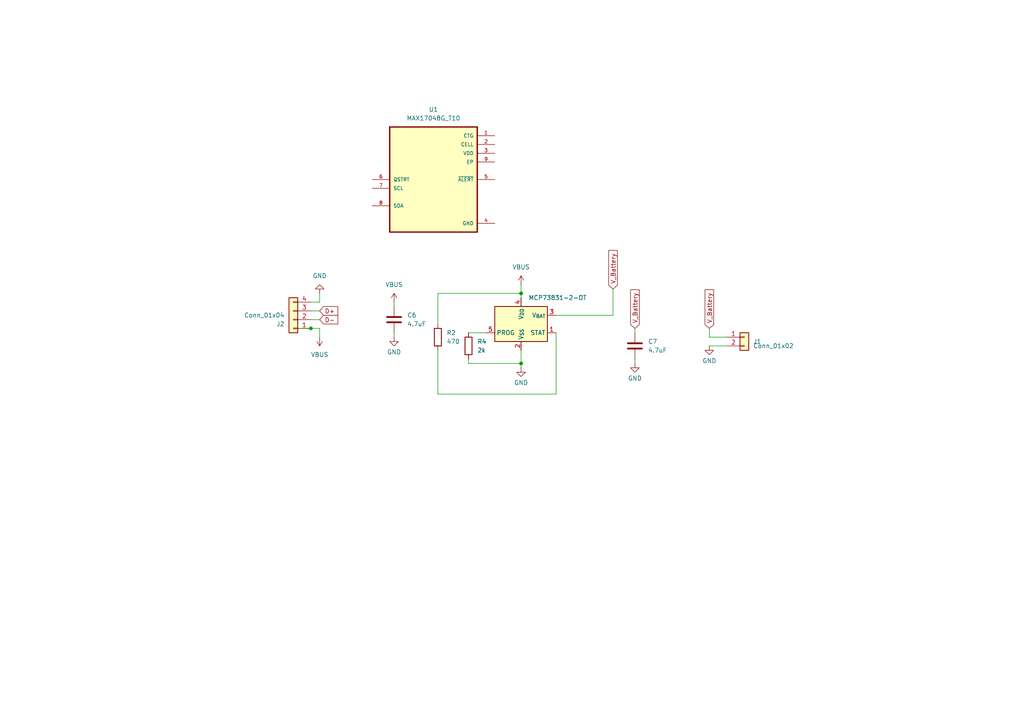
<source format=kicad_sch>
(kicad_sch (version 20250114) (generator "eeschema") (generator_version "9.0")
  (paper "A4")
  (lib_symbols
    (symbol "Battery_Management:MCP73831-2-OT"
      (property "Reference" "U" (at -7.62 6.35 0))
      (property "Value" "MCP73831-2-OT" (at 1.27 6.35 0))
      (symbol "MCP73831-2-OT_0_1"
        (rectangle (start -7.62 5.08) (end 7.62 -5.08) (stroke (width 0.254)) (fill (type background)))
      )
      (symbol "MCP73831-2-OT_1_1"
        (pin input line (at -10.16 -2.54 0) (length 2.54) (name "PROG") (number "5"))
        (pin power_in line (at 0 7.62 270) (length 2.54) (name "V_{DD}") (number "4"))
        (pin power_in line (at 0 -7.62 90) (length 2.54) (name "V_{SS}") (number "2"))
        (pin power_out line (at 10.16 2.54 180) (length 2.54) (name "V_{BAT}") (number "3"))
        (pin tri_state line (at 10.16 -2.54 180) (length 2.54) (name "STAT") (number "1"))
      )
    )
    (symbol "Connector_Generic:Conn_01x02" (pin_names (offset 1.016) (hide yes))
      (property "Reference" "J" (at 0 2.54 0))
      (property "Value" "Conn_01x02" (at 0 -5.08 0))
      (symbol "Conn_01x02_1_1"
        (rectangle (start -1.27 1.27) (end 1.27 -3.81) (stroke (width 0.254)) (fill (type background)))
        (rectangle (start -1.27 0.127) (end 0 -0.127) (stroke (width 0.1524)))
        (rectangle (start -1.27 -2.413) (end 0 -2.667) (stroke (width 0.1524)))
        (pin passive line (at -5.08 0 0) (length 3.81) (name "Pin_1") (number "1"))
        (pin passive line (at -5.08 -2.54 0) (length 3.81) (name "Pin_2") (number "2"))
      )
    )
    (symbol "Connector_Generic:Conn_01x04" (pin_names (offset 1.016) (hide yes))
      (property "Reference" "J" (at 0 5.08 0))
      (property "Value" "Conn_01x04" (at 0 -7.62 0))
      (symbol "Conn_01x04_1_1"
        (rectangle (start -1.27 3.81) (end 1.27 -6.35) (stroke (width 0.254)) (fill (type background)))
        (rectangle (start -1.27 2.667) (end 0 2.413) (stroke (width 0.1524)))
        (rectangle (start -1.27 0.127) (end 0 -0.127) (stroke (width 0.1524)))
        (rectangle (start -1.27 -2.413) (end 0 -2.667) (stroke (width 0.1524)))
        (rectangle (start -1.27 -4.953) (end 0 -5.207) (stroke (width 0.1524)))
        (pin passive line (at -5.08 2.54 0) (length 3.81) (name "Pin_1") (number "1"))
        (pin passive line (at -5.08 0 0) (length 3.81) (name "Pin_2") (number "2"))
        (pin passive line (at -5.08 -2.54 0) (length 3.81) (name "Pin_3") (number "3"))
        (pin passive line (at -5.08 -5.08 0) (length 3.81) (name "Pin_4") (number "4"))
      )
    )
    (symbol "Device:C" (pin_numbers (hide yes)) (pin_names (offset 0.254))
      (property "Reference" "C" (at 0.635 2.54 0))
      (property "Value" "C" (at 0.635 -2.54 0))
      (symbol "C_0_1"
        (polyline (pts (xy -2.032 0.762) (xy 2.032 0.762)) (stroke (width 0.508)))
        (polyline (pts (xy -2.032 -0.762) (xy 2.032 -0.762)) (stroke (width 0.508)))
      )
      (symbol "C_1_1"
        (pin passive line (at 0 3.81 270) (length 2.794) (name "~") (number "1"))
        (pin passive line (at 0 -3.81 90) (length 2.794) (name "~") (number "2"))
      )
    )
    (symbol "Device:R" (pin_numbers (hide yes)) (pin_names (offset 0))
      (property "Reference" "R" (at 2.032 0 90))
      (property "Value" "R" (at 0 0 90))
      (symbol "R_0_1"
        (rectangle (start -1.016 -2.54) (end 1.016 2.54) (stroke (width 0.254)))
      )
      (symbol "R_1_1"
        (pin passive line (at 0 3.81 270) (length 1.27) (name "~") (number "1"))
        (pin passive line (at 0 -3.81 90) (length 1.27) (name "~") (number "2"))
      )
    )
    (symbol "MAX17048G_T10:MAX17048G_T10" (pin_names (offset 1.016))
      (property "Reference" "U" (at -12.7 16.24 0))
      (property "Value" "MAX17048G_T10" (at -12.7 -19.24 0))
      (symbol "MAX17048G_T10_0_0"
        (rectangle (start -12.7 -15.24) (end 12.7 15.24) (stroke (width 0.41)) (fill (type background)))
        (pin input line (at -17.78 0 0) (length 5.08) (name "QSTRT") (number "6"))
        (pin input line (at -17.78 -2.54 0) (length 5.08) (name "SCL") (number "7"))
        (pin bidirectional line (at -17.78 -7.62 0) (length 5.08) (name "SDA") (number "8"))
        (pin power_in line (at 17.78 12.7 180) (length 5.08) (name "CTG") (number "1"))
        (pin power_in line (at 17.78 10.16 180) (length 5.08) (name "CELL") (number "2"))
        (pin power_in line (at 17.78 7.62 180) (length 5.08) (name "VDD") (number "3"))
        (pin power_in line (at 17.78 5.08 180) (length 5.08) (name "EP") (number "9"))
        (pin output line (at 17.78 0 180) (length 5.08) (name "~{ALERT}") (number "5"))
        (pin power_in line (at 17.78 -12.7 180) (length 5.08) (name "GND") (number "4"))
      )
    )
    (symbol "power:GND" (power) (pin_numbers (hide yes)) (pin_names (offset 0) (hide yes))
      (property "Value" "GND" (at 0 -3.81 0))
      (symbol "GND_0_1"
        (polyline (pts (xy 0 0) (xy 0 -1.27) (xy 1.27 -1.27) (xy 0 -2.54) (xy -1.27 -1.27) (xy 0 -1.27)))
      )
      (symbol "GND_1_1"
        (pin power_in line (at 0 0 270) (length 0) (name "~") (number "1"))
      )
    )
    (symbol "power:VBUS" (power) (pin_numbers (hide yes)) (pin_names (offset 0) (hide yes))
      (property "Value" "VBUS" (at 0 3.556 0))
      (symbol "VBUS_0_1"
        (polyline (pts (xy -0.762 1.27) (xy 0 2.54)))
        (polyline (pts (xy 0 2.54) (xy 0.762 1.27)))
        (polyline (pts (xy 0 0) (xy 0 2.54)))
      )
      (symbol "VBUS_1_1"
        (pin power_in line (at 0 0 90) (length 0) (name "~") (number "1"))
      )
    )
  )
  (junction (at 151.13 85.09))
  (junction (at 90.17 95.25))
  (junction (at 151.13 105.41))
  (wire (pts (xy 127 93.98) (xy 127 85.09)))
  (wire (pts (xy 92.71 87.63) (xy 92.71 85.09)))
  (wire (pts (xy 135.89 96.52) (xy 140.97 96.52)))
  (wire (pts (xy 127 85.09) (xy 151.13 85.09)))
  (wire (pts (xy 114.3 87.63) (xy 114.3 88.9)))
  (wire (pts (xy 161.29 114.3) (xy 161.29 96.52)))
  (wire (pts (xy 151.13 85.09) (xy 151.13 86.36)))
  (wire (pts (xy 127 114.3) (xy 161.29 114.3)))
  (wire (pts (xy 90.17 95.25) (xy 92.71 95.25)))
  (wire (pts (xy 135.89 105.41) (xy 135.89 104.14)))
  (wire (pts (xy 90.17 95.25) (xy 87.63 95.25)))
  (wire (pts (xy 92.71 87.63) (xy 90.17 87.63)))
  (wire (pts (xy 92.71 97.79) (xy 92.71 95.25)))
  (wire (pts (xy 135.89 105.41) (xy 151.13 105.41)))
  (wire (pts (xy 151.13 82.55) (xy 151.13 85.09)))
  (wire (pts (xy 184.15 105.41) (xy 184.15 104.14)))
  (wire (pts (xy 92.71 92.71) (xy 90.17 92.71)))
  (wire (pts (xy 92.71 90.17) (xy 90.17 90.17)))
  (wire (pts (xy 205.74 100.33) (xy 210.82 100.33)))
  (wire (pts (xy 205.74 95.25) (xy 205.74 97.79)))
  (wire (pts (xy 205.74 97.79) (xy 210.82 97.79)))
  (wire (pts (xy 177.8 91.44) (xy 177.8 83.82)))
  (wire (pts (xy 151.13 106.68) (xy 151.13 105.41)))
  (wire (pts (xy 114.3 97.79) (xy 114.3 96.52)))
  (wire (pts (xy 127 101.6) (xy 127 114.3)))
  (wire (pts (xy 184.15 95.25) (xy 184.15 96.52)))
  (wire (pts (xy 161.29 91.44) (xy 177.8 91.44)))
  (wire (pts (xy 151.13 105.41) (xy 151.13 101.6)))
  (global_label "D+" (shape input) (at 92.71 90.17 0) (property "Intersheetrefs" "${INTERSHEET_REFS}" (effects (hide yes))))
  (global_label "V_Battery" (shape input) (at 177.8 83.82 90) (property "Intersheetrefs" "${INTERSHEET_REFS}" (effects (hide yes))))
  (global_label "V_Battery" (shape input) (at 184.15 95.25 90) (property "Intersheetrefs" "${INTERSHEET_REFS}" (effects (hide yes))))
  (global_label "V_Battery" (shape input) (at 205.74 95.25 90) (property "Intersheetrefs" "${INTERSHEET_REFS}" (effects (hide yes))))
  (global_label "D-" (shape input) (at 92.71 92.71 0) (property "Intersheetrefs" "${INTERSHEET_REFS}" (effects (hide yes))))
  (symbol (lib_id "Device:C") (at 114.3 92.71 0) (unit 1)
    (property "Reference" "C6" (at 118.11 91.4399 0) (effects (justify left)))
    (property "Value" "4.7uF" (at 118.11 93.9799 0) (effects (justify left)))
    (property "Footprint" "Murata Capacitor:CAPC1608X90N" (effects (hide yes)))
    (property "Description" "Unpolarized capacitor" (effects (hide yes)))
  )
  (symbol (lib_id "power:VBUS") (at 92.71 97.79 180) (unit 1)
    (property "Reference" "#PWR028" (effects (hide yes)))
    (property "Value" "VBUS" (at 92.71 102.87 0))
    (property "Description" "Power symbol creates a global label with name \"VBUS\"" (effects (hide yes)))
  )
  (symbol (lib_id "power:VBUS") (at 114.3 87.63 0) (unit 1)
    (property "Reference" "#PWR0222" (effects (hide yes)))
    (property "Value" "VBUS" (at 114.3 82.55 0))
    (property "Description" "Power symbol creates a global label with name \"VBUS\"" (effects (hide yes)))
  )
  (symbol (lib_id "power:VBUS") (at 151.13 82.55 0) (unit 1)
    (property "Reference" "#PWR0169" (effects (hide yes)))
    (property "Value" "VBUS" (at 151.13 77.47 0))
    (property "Description" "Power symbol creates a global label with name \"VBUS\"" (effects (hide yes)))
  )
  (symbol (lib_id "power:GND") (at 114.3 97.79 0) (mirror y) (unit 1)
    (property "Reference" "#PWR026" (effects (hide yes)))
    (property "Value" "GND" (at 114.3 102.108 0))
  )
  (symbol (lib_id "Battery_Management:MCP73831-2-OT") (at 151.13 93.98 0) (unit 1)
    (property "Reference" "U5" (effects (hide yes)))
    (property "Value" "MCP73831-2-OT" (at 153.2733 86.36 0) (effects (justify left)))
    (property "Footprint" "Package_TO_SOT_SMD:SOT-23-5" (effects (hide yes)))
    (property "Datasheet" "http://ww1.microchip.com/downloads/en/DeviceDoc/20001984g.pdf" (effects (hide yes)))
    (property "Description" "Single cell, Li-Ion/Li-Po charge management controller, 4.20V, Tri-State Status Output, in SOT23-5 package" (effects (hide yes)))
  )
  (symbol (lib_id "Device:R") (at 127 97.79 0) (unit 1)
    (property "Reference" "R2" (at 129.54 96.5199 0) (effects (justify left)))
    (property "Value" "470" (at 129.54 99.0599 0) (effects (justify left)))
    (property "Footprint" "Yageo Resistor:RESC1607X60N" (effects (hide yes)))
    (property "Description" "Resistor" (effects (hide yes)))
  )
  (symbol (lib_id "Connector_Generic:Conn_01x02") (at 215.9 97.79 0) (unit 1)
    (property "Reference" "J1" (at 218.44 99.0599 0) (effects (justify left)))
    (property "Value" "Conn_01x02" (at 218.44 100.3299 0) (effects (justify left)))
    (property "Footprint" "Connector_JST:JST_SH_SM02B-SRSS-TB_1x02-1MP_P1.00mm_Horizontal" (effects (hide yes)))
    (property "Description" "Generic connector, single row, 01x02, script generated (kicad-library-utils/schlib/autogen/connector/)" (effects (hide yes)))
  )
  (symbol (lib_id "power:GND") (at 92.71 85.09 180) (unit 1)
    (property "Reference" "#PWR0101" (effects (hide yes)))
    (property "Value" "GND" (at 92.71 80.01 0))
    (property "Description" "Power symbol creates a global label with name \"GND\" , ground" (effects (hide yes)))
  )
  (symbol (lib_id "Connector_Generic:Conn_01x04") (at 85.09 92.71 180) (unit 1)
    (property "Reference" "J2" (at 82.55 93.9801 0) (effects (justify left)))
    (property "Value" "Conn_01x04" (at 82.55 91.4401 0) (effects (justify left)))
    (property "Footprint" "Connector_JST:JST_SH_SM04B-SRSS-TB_1x04-1MP_P1.00mm_Horizontal" (effects (hide yes)))
    (property "Description" "Generic connector, single row, 01x04, script generated (kicad-library-utils/schlib/autogen/connector/)" (effects (hide yes)))
  )
  (symbol (lib_id "power:GND") (at 184.15 105.41 0) (mirror y) (unit 1)
    (property "Reference" "#PWR027" (effects (hide yes)))
    (property "Value" "GND" (at 184.15 109.728 0))
  )
  (symbol (lib_id "MAX17048G_T10:MAX17048G_T10") (at 125.73 52.07 0) (unit 1)
    (property "Reference" "U1" (at 125.73 31.75 0))
    (property "Value" "MAX17048G_T10" (at 125.73 34.29 0))
    (property "Footprint" "MAX17048G_T10:SON50P200X200X80-9N" (effects (hide yes)))
    (property "MF" "Analog Devices" (effects (hide yes)))
    (property "Description_1" "3µA 1-Cell/2-Cell Fuel Gauge with ModelGauge" (effects (hide yes)))
    (property "Package" "TDFN-8 Maxim" (effects (hide yes)))
    (property "Price" "None" (effects (hide yes)))
    (property "SnapEDA_Link" "https://www.snapeda.com/parts/MAX17048G+T10/Analog+Devices/view-part/?ref=snap" (effects (hide yes)))
    (property "MP" "MAX17048G+T10" (effects (hide yes)))
    (property "Availability" "In Stock" (effects (hide yes)))
    (property "Check_prices" "https://www.snapeda.com/parts/MAX17048G+T10/Analog+Devices/view-part/?ref=eda" (effects (hide yes)))
  )
  (symbol (lib_id "power:GND") (at 205.74 100.33 0) (mirror y) (unit 1)
    (property "Reference" "#PWR0223" (effects (hide yes)))
    (property "Value" "GND" (at 205.74 104.648 0))
  )
  (symbol (lib_id "Device:C") (at 184.15 100.33 0) (unit 1)
    (property "Reference" "C7" (at 187.96 99.0599 0) (effects (justify left)))
    (property "Value" "4.7uF" (at 187.96 101.5999 0) (effects (justify left)))
    (property "Footprint" "Murata Capacitor:CAPC1608X90N" (effects (hide yes)))
    (property "Description" "Unpolarized capacitor" (effects (hide yes)))
  )
  (symbol (lib_id "power:GND") (at 151.13 106.68 0) (mirror y) (unit 1)
    (property "Reference" "#PWR025" (effects (hide yes)))
    (property "Value" "GND" (at 151.13 110.998 0))
  )
  (symbol (lib_id "Device:R") (at 135.89 100.33 0) (unit 1)
    (property "Reference" "R4" (at 138.43 99.0599 0) (effects (justify left)))
    (property "Value" "2k" (at 138.43 101.5999 0) (effects (justify left)))
    (property "Footprint" "Yageo Resistor:RESC1607X60N" (effects (hide yes)))
    (property "Description" "Resistor" (effects (hide yes)))
  )
)
</source>
